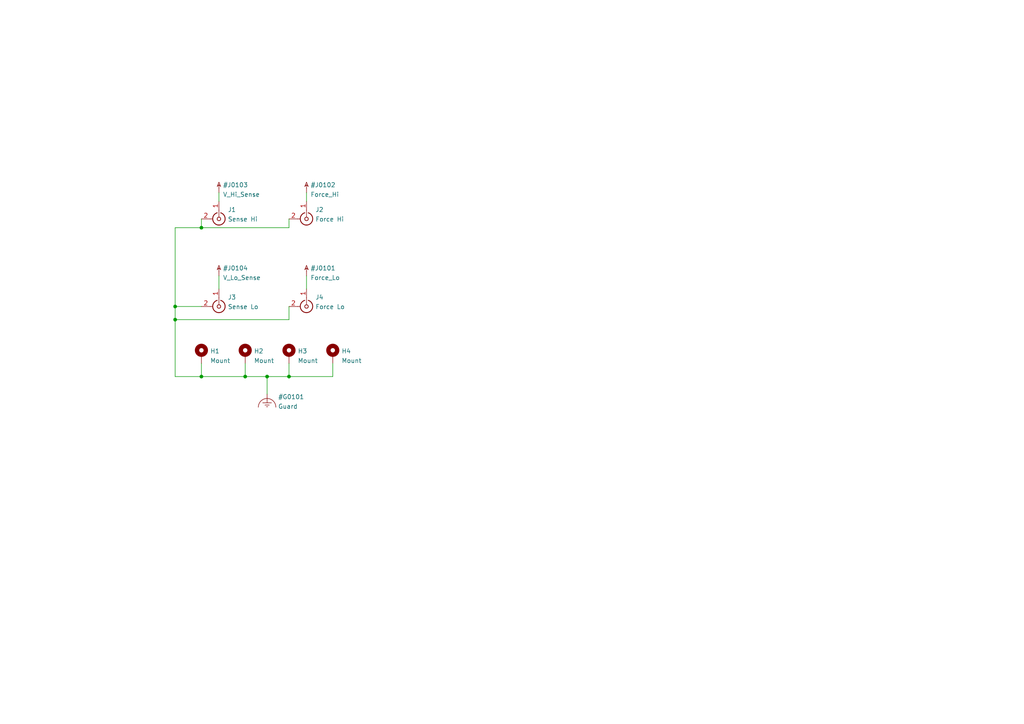
<source format=kicad_sch>
(kicad_sch (version 20210621) (generator eeschema)
  (paper "A4")
  (lib_symbols
    (symbol "Connector:Conn_Coaxial" (pin_names (offset 1.016) hide)
      (property "Reference" "J" (at 0.254 3.048 0))
      (property "Value" "Conn_Coaxial" (at 2.921 0 90))
      (symbol "Conn_Coaxial_0_1"
        (arc (start -1.778 0.508) (end 1.778 0) (radius (at -0.0508 0) (length 1.8034) (angles 163.6 0)) (stroke (width 0.254)))
        (arc (start 1.778 0) (end -1.778 -0.508) (radius (at -0.0254 0) (length 1.8034) (angles 0 -163.8)) (stroke (width 0.254)))
        (circle (center 0 0) (radius 0.508) (stroke (width 0.2032)))
        (polyline (pts (xy -2.54 0) (xy -0.508 0)))
        (polyline (pts (xy 0 -2.54) (xy 0 -1.778)))
      )
      (symbol "Conn_Coaxial_1_1"
        (pin passive line (at -5.08 0 0) (length 2.54) (name "In") (number "1"))
        (pin passive line (at 0 -5.08 90) (length 2.54) (name "Ext") (number "2"))
      )
    )
    (symbol "Mechanical:MountingHole_Pad" (pin_numbers hide) (pin_names (offset 1.016) hide)
      (property "Reference" "H" (at 0 6.35 0))
      (property "Value" "MountingHole_Pad" (at 0 4.445 0))
      (symbol "MountingHole_Pad_0_1"
        (circle (center 0 1.27) (radius 1.27) (stroke (width 1.27)))
      )
      (symbol "MountingHole_Pad_1_1"
        (pin input line (at 0 -2.54 90) (length 2.54) (name "1") (number "1"))
      )
    )
    (symbol "kelvin:Force_Hi" (power) (in_bom no) (on_board no)
      (property "Reference" "J" (at -1.27 0 0))
      (property "Value" "Force_Hi" (at 0 -2.54 0))
      (symbol "Force_Hi_0_1"
        (polyline (pts (xy 0 0) (xy 0 1.016) (xy 0 1.016)))
        (polyline (pts (xy 0 1.016) (xy 0.508 0.508) (xy 0 1.778) (xy -0.508 0.508) (xy 0 1.016) (xy 0 1.016)))
      )
      (symbol "Force_Hi_1_1"
        (pin bidirectional line (at 0 -1.27 90) (length 1.25) (name "") (number ""))
      )
    )
    (symbol "kelvin:Force_Lo" (power) (in_bom no) (on_board no)
      (property "Reference" "J" (at -1.27 0 0))
      (property "Value" "Force_Lo" (at 0 -2.54 0))
      (symbol "Force_Lo_0_1"
        (polyline (pts (xy 0 0) (xy 0 1.016) (xy 0 1.016)))
        (polyline (pts (xy 0 1.016) (xy 0.508 0.508) (xy 0 1.778) (xy -0.508 0.508) (xy 0 1.016) (xy 0 1.016)))
      )
      (symbol "Force_Lo_1_1"
        (pin bidirectional line (at 0 -1.27 90) (length 1.25) (name "") (number ""))
      )
    )
    (symbol "kelvin:Guard" (power) (in_bom no) (on_board no)
      (property "Reference" "G" (at 1.27 1.27 0))
      (property "Value" "Guard" (at 0 -3.81 0))
      (symbol "Guard_0_1"
        (arc (start 2.54 -2.54) (end -2.54 -2.54) (radius (at 0 -2.54) (length 2.54) (angles 0.1 179.9)))
        (polyline (pts (xy -0.635 -1.905) (xy 0.635 -1.905)))
        (polyline (pts (xy -0.1875 -2.4) (xy 0.175 -2.4)))
        (polyline (pts (xy 1.27 -1.27) (xy -1.27 -1.27)))
      )
      (symbol "Guard_1_1"
        (pin passive line (at 0 1.27 270) (length 2.54) (name "") (number ""))
      )
    )
    (symbol "kelvin:V_Hi_Sense" (power) (in_bom no) (on_board no)
      (property "Reference" "J" (at -1.27 0 0))
      (property "Value" "V_Hi_Sense" (at 0 -2.54 0))
      (symbol "V_Hi_Sense_0_1"
        (polyline (pts (xy 0 0) (xy 0 1.016) (xy 0 1.016)))
        (polyline (pts (xy 0 1.016) (xy 0.508 0.508) (xy 0 1.778) (xy -0.508 0.508) (xy 0 1.016) (xy 0 1.016)))
      )
      (symbol "V_Hi_Sense_1_1"
        (pin bidirectional line (at 0 -1.27 90) (length 1.25) (name "") (number ""))
      )
    )
    (symbol "kelvin:V_Lo_Sense" (power) (in_bom no) (on_board no)
      (property "Reference" "J" (at -1.27 0 0))
      (property "Value" "V_Lo_Sense" (at 0 -2.54 0))
      (symbol "V_Lo_Sense_0_1"
        (polyline (pts (xy 0 0) (xy 0 1.016) (xy 0 1.016)))
        (polyline (pts (xy 0 1.016) (xy 0.508 0.508) (xy 0 1.778) (xy -0.508 0.508) (xy 0 1.016) (xy 0 1.016)))
      )
      (symbol "V_Lo_Sense_1_1"
        (pin bidirectional line (at 0 -1.27 90) (length 1.25) (name "") (number ""))
      )
    )
  )
  (junction (at 50.8 88.9))
  (junction (at 50.8 92.71))
  (junction (at 58.42 66.04))
  (junction (at 58.42 109.22))
  (junction (at 71.12 109.22))
  (junction (at 77.47 109.22))
  (junction (at 83.82 109.22))
  (wire (pts (xy 50.8 66.04) (xy 50.8 88.9)))
  (wire (pts (xy 50.8 88.9) (xy 50.8 92.71)))
  (wire (pts (xy 50.8 88.9) (xy 58.42 88.9)))
  (wire (pts (xy 50.8 92.71) (xy 50.8 109.22)))
  (wire (pts (xy 50.8 109.22) (xy 58.42 109.22)))
  (wire (pts (xy 58.42 63.5) (xy 58.42 66.04)))
  (wire (pts (xy 58.42 66.04) (xy 50.8 66.04)))
  (wire (pts (xy 58.42 105.41) (xy 58.42 109.22)))
  (wire (pts (xy 58.42 109.22) (xy 71.12 109.22)))
  (wire (pts (xy 63.5 55.88) (xy 63.5 58.42)))
  (wire (pts (xy 63.5 80.01) (xy 63.5 83.82)))
  (wire (pts (xy 71.12 105.41) (xy 71.12 109.22)))
  (wire (pts (xy 71.12 109.22) (xy 77.47 109.22)))
  (wire (pts (xy 77.47 109.22) (xy 77.47 114.3)))
  (wire (pts (xy 83.82 63.5) (xy 83.82 66.04)))
  (wire (pts (xy 83.82 66.04) (xy 58.42 66.04)))
  (wire (pts (xy 83.82 88.9) (xy 83.82 92.71)))
  (wire (pts (xy 83.82 92.71) (xy 50.8 92.71)))
  (wire (pts (xy 83.82 105.41) (xy 83.82 109.22)))
  (wire (pts (xy 83.82 109.22) (xy 77.47 109.22)))
  (wire (pts (xy 88.9 55.88) (xy 88.9 58.42)))
  (wire (pts (xy 88.9 80.01) (xy 88.9 83.82)))
  (wire (pts (xy 96.52 105.41) (xy 96.52 109.22)))
  (wire (pts (xy 96.52 109.22) (xy 83.82 109.22)))
  (symbol (lib_id "kelvin:V_Hi_Sense") (at 63.5 54.61 0) (unit 1) (in_bom no) (on_board no)
    (property "Reference" "#J0103" (at 64.6431 53.638 0) (effects (justify left)))
    (property "Value" "V_Hi_Sense" (at 64.6431 56.4131 0) (effects (justify left)))
  )
  (symbol (lib_id "kelvin:V_Lo_Sense") (at 63.5 78.74 0) (unit 1)
    (property "Reference" "#J0104" (at 64.6431 77.768 0) (effects (justify left)))
    (property "Value" "V_Lo_Sense" (at 64.6431 80.5431 0) (effects (justify left)))
  )
  (symbol (lib_id "kelvin:Force_Hi") (at 88.9 54.61 0) (unit 1)
    (property "Reference" "#J0102" (at 90.0431 53.638 0) (effects (justify left)))
    (property "Value" "Force_Hi" (at 90.0431 56.4131 0) (effects (justify left)))
  )
  (symbol (lib_id "kelvin:Force_Lo") (at 88.9 78.74 0) (unit 1)
    (property "Reference" "#J0101" (at 90.0431 77.768 0) (effects (justify left)))
    (property "Value" "Force_Lo" (at 90.0431 80.5431 0) (effects (justify left)))
  )
  (symbol (lib_id "kelvin:Guard") (at 77.47 115.57 0) (unit 1) (in_bom no) (on_board no)
    (property "Reference" "#G0101" (at 80.6451 115.106 0) (effects (justify left)))
    (property "Value" "Guard" (at 80.6451 117.8811 0) (effects (justify left)))
  )
  (symbol (lib_id "Mechanical:MountingHole_Pad") (at 58.42 102.87 0) (unit 1)
    (property "Reference" "H1" (at 60.9601 101.8345 0) (effects (justify left)))
    (property "Value" "Mount" (at 60.9601 104.6096 0) (effects (justify left)))
    (property "Footprint" "kelvin:m3 mounting pad" (effects hide))
  )
  (symbol (lib_id "Mechanical:MountingHole_Pad") (at 71.12 102.87 0) (unit 1)
    (property "Reference" "H2" (at 73.6601 101.8345 0) (effects (justify left)))
    (property "Value" "Mount" (at 73.6601 104.6096 0) (effects (justify left)))
    (property "Footprint" "kelvin:m3 mounting pad" (effects hide))
  )
  (symbol (lib_id "Mechanical:MountingHole_Pad") (at 83.82 102.87 0) (unit 1)
    (property "Reference" "H3" (at 86.3601 101.8345 0) (effects (justify left)))
    (property "Value" "Mount" (at 86.3601 104.6096 0) (effects (justify left)))
    (property "Footprint" "kelvin:m3 mounting pad" (effects hide))
  )
  (symbol (lib_id "Mechanical:MountingHole_Pad") (at 96.52 102.87 0) (unit 1)
    (property "Reference" "H4" (at 99.0601 101.8345 0) (effects (justify left)))
    (property "Value" "Mount" (at 99.0601 104.6096 0) (effects (justify left)))
    (property "Footprint" "kelvin:m3 mounting pad" (effects hide))
  )
  (symbol (lib_id "Connector:Conn_Coaxial") (at 63.5 63.5 270) (unit 1)
    (property "Reference" "J1" (at 66.0655 60.8135 90) (effects (justify left)))
    (property "Value" "Sense Hi" (at 66.0655 63.5886 90) (effects (justify left)))
    (property "Footprint" "kelvin:Pomona4578" (effects hide))
    (property "Datasheet" " ~" (effects hide))
  )
  (symbol (lib_id "Connector:Conn_Coaxial") (at 63.5 88.9 270) (unit 1)
    (property "Reference" "J3" (at 66.0655 86.2135 90) (effects (justify left)))
    (property "Value" "Sense Lo" (at 66.0655 88.9886 90) (effects (justify left)))
    (property "Footprint" "kelvin:Pomona4578" (effects hide))
    (property "Datasheet" " ~" (effects hide))
  )
  (symbol (lib_id "Connector:Conn_Coaxial") (at 88.9 63.5 270) (unit 1)
    (property "Reference" "J2" (at 91.4655 60.8135 90) (effects (justify left)))
    (property "Value" "Force Hi" (at 91.4655 63.5886 90) (effects (justify left)))
    (property "Footprint" "kelvin:Pomona4578" (effects hide))
    (property "Datasheet" " ~" (effects hide))
  )
  (symbol (lib_id "Connector:Conn_Coaxial") (at 88.9 88.9 270) (unit 1)
    (property "Reference" "J4" (at 91.4655 86.2135 90) (effects (justify left)))
    (property "Value" "Force Lo" (at 91.4655 88.9886 90) (effects (justify left)))
    (property "Footprint" "kelvin:Pomona4578" (effects hide))
    (property "Datasheet" " ~" (effects hide))
  )
)
</source>
